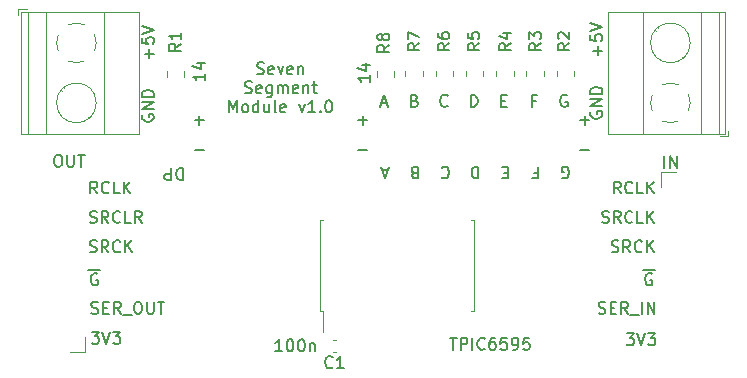
<source format=gto>
%TF.GenerationSoftware,KiCad,Pcbnew,(6.0.4-0)*%
%TF.CreationDate,2022-03-28T18:44:13+01:00*%
%TF.ProjectId,SevenSegmentModule,53657665-6e53-4656-976d-656e744d6f64,rev?*%
%TF.SameCoordinates,Original*%
%TF.FileFunction,Legend,Top*%
%TF.FilePolarity,Positive*%
%FSLAX46Y46*%
G04 Gerber Fmt 4.6, Leading zero omitted, Abs format (unit mm)*
G04 Created by KiCad (PCBNEW (6.0.4-0)) date 2022-03-28 18:44:13*
%MOMM*%
%LPD*%
G01*
G04 APERTURE LIST*
%ADD10C,0.150000*%
%ADD11C,0.120000*%
G04 APERTURE END LIST*
D10*
X154995809Y-77280761D02*
X155138666Y-77328380D01*
X155376761Y-77328380D01*
X155472000Y-77280761D01*
X155519619Y-77233142D01*
X155567238Y-77137904D01*
X155567238Y-77042666D01*
X155519619Y-76947428D01*
X155472000Y-76899809D01*
X155376761Y-76852190D01*
X155186285Y-76804571D01*
X155091047Y-76756952D01*
X155043428Y-76709333D01*
X154995809Y-76614095D01*
X154995809Y-76518857D01*
X155043428Y-76423619D01*
X155091047Y-76376000D01*
X155186285Y-76328380D01*
X155424380Y-76328380D01*
X155567238Y-76376000D01*
X156376761Y-77280761D02*
X156281523Y-77328380D01*
X156091047Y-77328380D01*
X155995809Y-77280761D01*
X155948190Y-77185523D01*
X155948190Y-76804571D01*
X155995809Y-76709333D01*
X156091047Y-76661714D01*
X156281523Y-76661714D01*
X156376761Y-76709333D01*
X156424380Y-76804571D01*
X156424380Y-76899809D01*
X155948190Y-76995047D01*
X156757714Y-76661714D02*
X156995809Y-77328380D01*
X157233904Y-76661714D01*
X157995809Y-77280761D02*
X157900571Y-77328380D01*
X157710095Y-77328380D01*
X157614857Y-77280761D01*
X157567238Y-77185523D01*
X157567238Y-76804571D01*
X157614857Y-76709333D01*
X157710095Y-76661714D01*
X157900571Y-76661714D01*
X157995809Y-76709333D01*
X158043428Y-76804571D01*
X158043428Y-76899809D01*
X157567238Y-76995047D01*
X158472000Y-76661714D02*
X158472000Y-77328380D01*
X158472000Y-76756952D02*
X158519619Y-76709333D01*
X158614857Y-76661714D01*
X158757714Y-76661714D01*
X158852952Y-76709333D01*
X158900571Y-76804571D01*
X158900571Y-77328380D01*
X153972000Y-78890761D02*
X154114857Y-78938380D01*
X154352952Y-78938380D01*
X154448190Y-78890761D01*
X154495809Y-78843142D01*
X154543428Y-78747904D01*
X154543428Y-78652666D01*
X154495809Y-78557428D01*
X154448190Y-78509809D01*
X154352952Y-78462190D01*
X154162476Y-78414571D01*
X154067238Y-78366952D01*
X154019619Y-78319333D01*
X153972000Y-78224095D01*
X153972000Y-78128857D01*
X154019619Y-78033619D01*
X154067238Y-77986000D01*
X154162476Y-77938380D01*
X154400571Y-77938380D01*
X154543428Y-77986000D01*
X155352952Y-78890761D02*
X155257714Y-78938380D01*
X155067238Y-78938380D01*
X154972000Y-78890761D01*
X154924380Y-78795523D01*
X154924380Y-78414571D01*
X154972000Y-78319333D01*
X155067238Y-78271714D01*
X155257714Y-78271714D01*
X155352952Y-78319333D01*
X155400571Y-78414571D01*
X155400571Y-78509809D01*
X154924380Y-78605047D01*
X156257714Y-78271714D02*
X156257714Y-79081238D01*
X156210095Y-79176476D01*
X156162476Y-79224095D01*
X156067238Y-79271714D01*
X155924380Y-79271714D01*
X155829142Y-79224095D01*
X156257714Y-78890761D02*
X156162476Y-78938380D01*
X155972000Y-78938380D01*
X155876761Y-78890761D01*
X155829142Y-78843142D01*
X155781523Y-78747904D01*
X155781523Y-78462190D01*
X155829142Y-78366952D01*
X155876761Y-78319333D01*
X155972000Y-78271714D01*
X156162476Y-78271714D01*
X156257714Y-78319333D01*
X156733904Y-78938380D02*
X156733904Y-78271714D01*
X156733904Y-78366952D02*
X156781523Y-78319333D01*
X156876761Y-78271714D01*
X157019619Y-78271714D01*
X157114857Y-78319333D01*
X157162476Y-78414571D01*
X157162476Y-78938380D01*
X157162476Y-78414571D02*
X157210095Y-78319333D01*
X157305333Y-78271714D01*
X157448190Y-78271714D01*
X157543428Y-78319333D01*
X157591047Y-78414571D01*
X157591047Y-78938380D01*
X158448190Y-78890761D02*
X158352952Y-78938380D01*
X158162476Y-78938380D01*
X158067238Y-78890761D01*
X158019619Y-78795523D01*
X158019619Y-78414571D01*
X158067238Y-78319333D01*
X158162476Y-78271714D01*
X158352952Y-78271714D01*
X158448190Y-78319333D01*
X158495809Y-78414571D01*
X158495809Y-78509809D01*
X158019619Y-78605047D01*
X158924380Y-78271714D02*
X158924380Y-78938380D01*
X158924380Y-78366952D02*
X158972000Y-78319333D01*
X159067238Y-78271714D01*
X159210095Y-78271714D01*
X159305333Y-78319333D01*
X159352952Y-78414571D01*
X159352952Y-78938380D01*
X159686285Y-78271714D02*
X160067238Y-78271714D01*
X159829142Y-77938380D02*
X159829142Y-78795523D01*
X159876761Y-78890761D01*
X159972000Y-78938380D01*
X160067238Y-78938380D01*
X152638666Y-80548380D02*
X152638666Y-79548380D01*
X152972000Y-80262666D01*
X153305333Y-79548380D01*
X153305333Y-80548380D01*
X153924380Y-80548380D02*
X153829142Y-80500761D01*
X153781523Y-80453142D01*
X153733904Y-80357904D01*
X153733904Y-80072190D01*
X153781523Y-79976952D01*
X153829142Y-79929333D01*
X153924380Y-79881714D01*
X154067238Y-79881714D01*
X154162476Y-79929333D01*
X154210095Y-79976952D01*
X154257714Y-80072190D01*
X154257714Y-80357904D01*
X154210095Y-80453142D01*
X154162476Y-80500761D01*
X154067238Y-80548380D01*
X153924380Y-80548380D01*
X155114857Y-80548380D02*
X155114857Y-79548380D01*
X155114857Y-80500761D02*
X155019619Y-80548380D01*
X154829142Y-80548380D01*
X154733904Y-80500761D01*
X154686285Y-80453142D01*
X154638666Y-80357904D01*
X154638666Y-80072190D01*
X154686285Y-79976952D01*
X154733904Y-79929333D01*
X154829142Y-79881714D01*
X155019619Y-79881714D01*
X155114857Y-79929333D01*
X156019619Y-79881714D02*
X156019619Y-80548380D01*
X155591047Y-79881714D02*
X155591047Y-80405523D01*
X155638666Y-80500761D01*
X155733904Y-80548380D01*
X155876761Y-80548380D01*
X155972000Y-80500761D01*
X156019619Y-80453142D01*
X156638666Y-80548380D02*
X156543428Y-80500761D01*
X156495809Y-80405523D01*
X156495809Y-79548380D01*
X157400571Y-80500761D02*
X157305333Y-80548380D01*
X157114857Y-80548380D01*
X157019619Y-80500761D01*
X156972000Y-80405523D01*
X156972000Y-80024571D01*
X157019619Y-79929333D01*
X157114857Y-79881714D01*
X157305333Y-79881714D01*
X157400571Y-79929333D01*
X157448190Y-80024571D01*
X157448190Y-80119809D01*
X156972000Y-80215047D01*
X158543428Y-79881714D02*
X158781523Y-80548380D01*
X159019619Y-79881714D01*
X159924380Y-80548380D02*
X159352952Y-80548380D01*
X159638666Y-80548380D02*
X159638666Y-79548380D01*
X159543428Y-79691238D01*
X159448190Y-79786476D01*
X159352952Y-79834095D01*
X160352952Y-80453142D02*
X160400571Y-80500761D01*
X160352952Y-80548380D01*
X160305333Y-80500761D01*
X160352952Y-80453142D01*
X160352952Y-80548380D01*
X161019619Y-79548380D02*
X161114857Y-79548380D01*
X161210095Y-79596000D01*
X161257714Y-79643619D01*
X161305333Y-79738857D01*
X161352952Y-79929333D01*
X161352952Y-80167428D01*
X161305333Y-80357904D01*
X161257714Y-80453142D01*
X161210095Y-80500761D01*
X161114857Y-80548380D01*
X161019619Y-80548380D01*
X160924380Y-80500761D01*
X160876761Y-80453142D01*
X160829142Y-80357904D01*
X160781523Y-80167428D01*
X160781523Y-79929333D01*
X160829142Y-79738857D01*
X160876761Y-79643619D01*
X160924380Y-79596000D01*
X161019619Y-79548380D01*
X150566380Y-77279476D02*
X150566380Y-77850904D01*
X150566380Y-77565190D02*
X149566380Y-77565190D01*
X149709238Y-77660428D01*
X149804476Y-77755666D01*
X149852095Y-77850904D01*
X149899714Y-76422333D02*
X150566380Y-76422333D01*
X149518761Y-76660428D02*
X150233047Y-76898523D01*
X150233047Y-76279476D01*
X164536380Y-77406476D02*
X164536380Y-77977904D01*
X164536380Y-77692190D02*
X163536380Y-77692190D01*
X163679238Y-77787428D01*
X163774476Y-77882666D01*
X163822095Y-77977904D01*
X163869714Y-76549333D02*
X164536380Y-76549333D01*
X163488761Y-76787428D02*
X164203047Y-77025523D01*
X164203047Y-76406476D01*
X157122952Y-100782380D02*
X156551523Y-100782380D01*
X156837238Y-100782380D02*
X156837238Y-99782380D01*
X156742000Y-99925238D01*
X156646761Y-100020476D01*
X156551523Y-100068095D01*
X157742000Y-99782380D02*
X157837238Y-99782380D01*
X157932476Y-99830000D01*
X157980095Y-99877619D01*
X158027714Y-99972857D01*
X158075333Y-100163333D01*
X158075333Y-100401428D01*
X158027714Y-100591904D01*
X157980095Y-100687142D01*
X157932476Y-100734761D01*
X157837238Y-100782380D01*
X157742000Y-100782380D01*
X157646761Y-100734761D01*
X157599142Y-100687142D01*
X157551523Y-100591904D01*
X157503904Y-100401428D01*
X157503904Y-100163333D01*
X157551523Y-99972857D01*
X157599142Y-99877619D01*
X157646761Y-99830000D01*
X157742000Y-99782380D01*
X158694380Y-99782380D02*
X158789619Y-99782380D01*
X158884857Y-99830000D01*
X158932476Y-99877619D01*
X158980095Y-99972857D01*
X159027714Y-100163333D01*
X159027714Y-100401428D01*
X158980095Y-100591904D01*
X158932476Y-100687142D01*
X158884857Y-100734761D01*
X158789619Y-100782380D01*
X158694380Y-100782380D01*
X158599142Y-100734761D01*
X158551523Y-100687142D01*
X158503904Y-100591904D01*
X158456285Y-100401428D01*
X158456285Y-100163333D01*
X158503904Y-99972857D01*
X158551523Y-99877619D01*
X158599142Y-99830000D01*
X158694380Y-99782380D01*
X159456285Y-100115714D02*
X159456285Y-100782380D01*
X159456285Y-100210952D02*
X159503904Y-100163333D01*
X159599142Y-100115714D01*
X159742000Y-100115714D01*
X159837238Y-100163333D01*
X159884857Y-100258571D01*
X159884857Y-100782380D01*
X178577857Y-79557571D02*
X178244523Y-79557571D01*
X178244523Y-80081380D02*
X178244523Y-79081380D01*
X178720714Y-79081380D01*
X165496904Y-79795666D02*
X165973095Y-79795666D01*
X165401666Y-80081380D02*
X165735000Y-79081380D01*
X166068333Y-80081380D01*
X181236904Y-79129000D02*
X181141666Y-79081380D01*
X180998809Y-79081380D01*
X180855952Y-79129000D01*
X180760714Y-79224238D01*
X180713095Y-79319476D01*
X180665476Y-79509952D01*
X180665476Y-79652809D01*
X180713095Y-79843285D01*
X180760714Y-79938523D01*
X180855952Y-80033761D01*
X180998809Y-80081380D01*
X181094047Y-80081380D01*
X181236904Y-80033761D01*
X181284523Y-79986142D01*
X181284523Y-79652809D01*
X181094047Y-79652809D01*
X173093095Y-80081380D02*
X173093095Y-79081380D01*
X173331190Y-79081380D01*
X173474047Y-79129000D01*
X173569285Y-79224238D01*
X173616904Y-79319476D01*
X173664523Y-79509952D01*
X173664523Y-79652809D01*
X173616904Y-79843285D01*
X173569285Y-79938523D01*
X173474047Y-80033761D01*
X173331190Y-80081380D01*
X173093095Y-80081380D01*
X168346428Y-79557571D02*
X168489285Y-79605190D01*
X168536904Y-79652809D01*
X168584523Y-79748047D01*
X168584523Y-79890904D01*
X168536904Y-79986142D01*
X168489285Y-80033761D01*
X168394047Y-80081380D01*
X168013095Y-80081380D01*
X168013095Y-79081380D01*
X168346428Y-79081380D01*
X168441666Y-79129000D01*
X168489285Y-79176619D01*
X168536904Y-79271857D01*
X168536904Y-79367095D01*
X168489285Y-79462333D01*
X168441666Y-79509952D01*
X168346428Y-79557571D01*
X168013095Y-79557571D01*
X171124523Y-79986142D02*
X171076904Y-80033761D01*
X170934047Y-80081380D01*
X170838809Y-80081380D01*
X170695952Y-80033761D01*
X170600714Y-79938523D01*
X170553095Y-79843285D01*
X170505476Y-79652809D01*
X170505476Y-79509952D01*
X170553095Y-79319476D01*
X170600714Y-79224238D01*
X170695952Y-79129000D01*
X170838809Y-79081380D01*
X170934047Y-79081380D01*
X171076904Y-79129000D01*
X171124523Y-79176619D01*
X175680714Y-79557571D02*
X176014047Y-79557571D01*
X176156904Y-80081380D02*
X175680714Y-80081380D01*
X175680714Y-79081380D01*
X176156904Y-79081380D01*
X183269000Y-80517571D02*
X183221380Y-80612809D01*
X183221380Y-80755666D01*
X183269000Y-80898523D01*
X183364238Y-80993761D01*
X183459476Y-81041380D01*
X183649952Y-81089000D01*
X183792809Y-81089000D01*
X183983285Y-81041380D01*
X184078523Y-80993761D01*
X184173761Y-80898523D01*
X184221380Y-80755666D01*
X184221380Y-80660428D01*
X184173761Y-80517571D01*
X184126142Y-80469952D01*
X183792809Y-80469952D01*
X183792809Y-80660428D01*
X184221380Y-80041380D02*
X183221380Y-80041380D01*
X184221380Y-79469952D01*
X183221380Y-79469952D01*
X184221380Y-78993761D02*
X183221380Y-78993761D01*
X183221380Y-78755666D01*
X183269000Y-78612809D01*
X183364238Y-78517571D01*
X183459476Y-78469952D01*
X183649952Y-78422333D01*
X183792809Y-78422333D01*
X183983285Y-78469952D01*
X184078523Y-78517571D01*
X184173761Y-78612809D01*
X184221380Y-78755666D01*
X184221380Y-78993761D01*
X183840428Y-75708047D02*
X183840428Y-74946142D01*
X184221380Y-75327095D02*
X183459476Y-75327095D01*
X183221380Y-73993761D02*
X183221380Y-74469952D01*
X183697571Y-74517571D01*
X183649952Y-74469952D01*
X183602333Y-74374714D01*
X183602333Y-74136619D01*
X183649952Y-74041380D01*
X183697571Y-73993761D01*
X183792809Y-73946142D01*
X184030904Y-73946142D01*
X184126142Y-73993761D01*
X184173761Y-74041380D01*
X184221380Y-74136619D01*
X184221380Y-74374714D01*
X184173761Y-74469952D01*
X184126142Y-74517571D01*
X183221380Y-73660428D02*
X184221380Y-73327095D01*
X183221380Y-72993761D01*
X145296000Y-80771571D02*
X145248380Y-80866809D01*
X145248380Y-81009666D01*
X145296000Y-81152523D01*
X145391238Y-81247761D01*
X145486476Y-81295380D01*
X145676952Y-81343000D01*
X145819809Y-81343000D01*
X146010285Y-81295380D01*
X146105523Y-81247761D01*
X146200761Y-81152523D01*
X146248380Y-81009666D01*
X146248380Y-80914428D01*
X146200761Y-80771571D01*
X146153142Y-80723952D01*
X145819809Y-80723952D01*
X145819809Y-80914428D01*
X146248380Y-80295380D02*
X145248380Y-80295380D01*
X146248380Y-79723952D01*
X145248380Y-79723952D01*
X146248380Y-79247761D02*
X145248380Y-79247761D01*
X145248380Y-79009666D01*
X145296000Y-78866809D01*
X145391238Y-78771571D01*
X145486476Y-78723952D01*
X145676952Y-78676333D01*
X145819809Y-78676333D01*
X146010285Y-78723952D01*
X146105523Y-78771571D01*
X146200761Y-78866809D01*
X146248380Y-79009666D01*
X146248380Y-79247761D01*
X145867428Y-75962047D02*
X145867428Y-75200142D01*
X146248380Y-75581095D02*
X145486476Y-75581095D01*
X145248380Y-74247761D02*
X145248380Y-74723952D01*
X145724571Y-74771571D01*
X145676952Y-74723952D01*
X145629333Y-74628714D01*
X145629333Y-74390619D01*
X145676952Y-74295380D01*
X145724571Y-74247761D01*
X145819809Y-74200142D01*
X146057904Y-74200142D01*
X146153142Y-74247761D01*
X146200761Y-74295380D01*
X146248380Y-74390619D01*
X146248380Y-74628714D01*
X146200761Y-74723952D01*
X146153142Y-74771571D01*
X145248380Y-73914428D02*
X146248380Y-73581095D01*
X145248380Y-73247761D01*
X138065000Y-84161380D02*
X138255476Y-84161380D01*
X138350714Y-84209000D01*
X138445952Y-84304238D01*
X138493571Y-84494714D01*
X138493571Y-84828047D01*
X138445952Y-85018523D01*
X138350714Y-85113761D01*
X138255476Y-85161380D01*
X138065000Y-85161380D01*
X137969761Y-85113761D01*
X137874523Y-85018523D01*
X137826904Y-84828047D01*
X137826904Y-84494714D01*
X137874523Y-84304238D01*
X137969761Y-84209000D01*
X138065000Y-84161380D01*
X138922142Y-84161380D02*
X138922142Y-84970904D01*
X138969761Y-85066142D01*
X139017380Y-85113761D01*
X139112619Y-85161380D01*
X139303095Y-85161380D01*
X139398333Y-85113761D01*
X139445952Y-85066142D01*
X139493571Y-84970904D01*
X139493571Y-84161380D01*
X139826904Y-84161380D02*
X140398333Y-84161380D01*
X140112619Y-85161380D02*
X140112619Y-84161380D01*
X189468190Y-85288380D02*
X189468190Y-84288380D01*
X189944380Y-85288380D02*
X189944380Y-84288380D01*
X190515809Y-85288380D01*
X190515809Y-84288380D01*
X140835285Y-89863761D02*
X140978142Y-89911380D01*
X141216238Y-89911380D01*
X141311476Y-89863761D01*
X141359095Y-89816142D01*
X141406714Y-89720904D01*
X141406714Y-89625666D01*
X141359095Y-89530428D01*
X141311476Y-89482809D01*
X141216238Y-89435190D01*
X141025762Y-89387571D01*
X140930523Y-89339952D01*
X140882904Y-89292333D01*
X140835285Y-89197095D01*
X140835285Y-89101857D01*
X140882904Y-89006619D01*
X140930523Y-88959000D01*
X141025762Y-88911380D01*
X141263857Y-88911380D01*
X141406714Y-88959000D01*
X142406714Y-89911380D02*
X142073381Y-89435190D01*
X141835285Y-89911380D02*
X141835285Y-88911380D01*
X142216238Y-88911380D01*
X142311476Y-88959000D01*
X142359095Y-89006619D01*
X142406714Y-89101857D01*
X142406714Y-89244714D01*
X142359095Y-89339952D01*
X142311476Y-89387571D01*
X142216238Y-89435190D01*
X141835285Y-89435190D01*
X143406714Y-89816142D02*
X143359095Y-89863761D01*
X143216238Y-89911380D01*
X143121000Y-89911380D01*
X142978142Y-89863761D01*
X142882904Y-89768523D01*
X142835285Y-89673285D01*
X142787666Y-89482809D01*
X142787666Y-89339952D01*
X142835285Y-89149476D01*
X142882904Y-89054238D01*
X142978142Y-88959000D01*
X143121000Y-88911380D01*
X143216238Y-88911380D01*
X143359095Y-88959000D01*
X143406714Y-89006619D01*
X144311476Y-89911380D02*
X143835285Y-89911380D01*
X143835285Y-88911380D01*
X145216238Y-89911380D02*
X144882904Y-89435190D01*
X144644809Y-89911380D02*
X144644809Y-88911380D01*
X145025762Y-88911380D01*
X145121000Y-88959000D01*
X145168619Y-89006619D01*
X145216238Y-89101857D01*
X145216238Y-89244714D01*
X145168619Y-89339952D01*
X145121000Y-89387571D01*
X145025762Y-89435190D01*
X144644809Y-89435190D01*
X140835285Y-92352761D02*
X140978142Y-92400380D01*
X141216238Y-92400380D01*
X141311476Y-92352761D01*
X141359095Y-92305142D01*
X141406714Y-92209904D01*
X141406714Y-92114666D01*
X141359095Y-92019428D01*
X141311476Y-91971809D01*
X141216238Y-91924190D01*
X141025761Y-91876571D01*
X140930523Y-91828952D01*
X140882904Y-91781333D01*
X140835285Y-91686095D01*
X140835285Y-91590857D01*
X140882904Y-91495619D01*
X140930523Y-91448000D01*
X141025761Y-91400380D01*
X141263857Y-91400380D01*
X141406714Y-91448000D01*
X142406714Y-92400380D02*
X142073380Y-91924190D01*
X141835285Y-92400380D02*
X141835285Y-91400380D01*
X142216238Y-91400380D01*
X142311476Y-91448000D01*
X142359095Y-91495619D01*
X142406714Y-91590857D01*
X142406714Y-91733714D01*
X142359095Y-91828952D01*
X142311476Y-91876571D01*
X142216238Y-91924190D01*
X141835285Y-91924190D01*
X143406714Y-92305142D02*
X143359095Y-92352761D01*
X143216238Y-92400380D01*
X143121000Y-92400380D01*
X142978142Y-92352761D01*
X142882904Y-92257523D01*
X142835285Y-92162285D01*
X142787666Y-91971809D01*
X142787666Y-91828952D01*
X142835285Y-91638476D01*
X142882904Y-91543238D01*
X142978142Y-91448000D01*
X143121000Y-91400380D01*
X143216238Y-91400380D01*
X143359095Y-91448000D01*
X143406714Y-91495619D01*
X143835285Y-92400380D02*
X143835285Y-91400380D01*
X144406714Y-92400380D02*
X143978142Y-91828952D01*
X144406714Y-91400380D02*
X143835285Y-91971809D01*
X141454333Y-87422380D02*
X141121000Y-86946190D01*
X140882905Y-87422380D02*
X140882905Y-86422380D01*
X141263857Y-86422380D01*
X141359095Y-86470000D01*
X141406714Y-86517619D01*
X141454333Y-86612857D01*
X141454333Y-86755714D01*
X141406714Y-86850952D01*
X141359095Y-86898571D01*
X141263857Y-86946190D01*
X140882905Y-86946190D01*
X142454333Y-87327142D02*
X142406714Y-87374761D01*
X142263857Y-87422380D01*
X142168619Y-87422380D01*
X142025762Y-87374761D01*
X141930524Y-87279523D01*
X141882905Y-87184285D01*
X141835286Y-86993809D01*
X141835286Y-86850952D01*
X141882905Y-86660476D01*
X141930524Y-86565238D01*
X142025762Y-86470000D01*
X142168619Y-86422380D01*
X142263857Y-86422380D01*
X142406714Y-86470000D01*
X142454333Y-86517619D01*
X143359095Y-87422380D02*
X142882905Y-87422380D01*
X142882905Y-86422380D01*
X143692429Y-87422380D02*
X143692429Y-86422380D01*
X144263857Y-87422380D02*
X143835286Y-86850952D01*
X144263857Y-86422380D02*
X143692429Y-86993809D01*
X140724000Y-93912000D02*
X141724000Y-93912000D01*
X141485904Y-94242000D02*
X141390666Y-94194380D01*
X141247809Y-94194380D01*
X141104952Y-94242000D01*
X141009714Y-94337238D01*
X140962095Y-94432476D01*
X140914476Y-94622952D01*
X140914476Y-94765809D01*
X140962095Y-94956285D01*
X141009714Y-95051523D01*
X141104952Y-95146761D01*
X141247809Y-95194380D01*
X141343047Y-95194380D01*
X141485904Y-95146761D01*
X141533523Y-95099142D01*
X141533523Y-94765809D01*
X141343047Y-94765809D01*
X187658095Y-93912000D02*
X188658095Y-93912000D01*
X188419999Y-94242000D02*
X188324761Y-94194380D01*
X188181904Y-94194380D01*
X188039047Y-94242000D01*
X187943809Y-94337238D01*
X187896190Y-94432476D01*
X187848571Y-94622952D01*
X187848571Y-94765809D01*
X187896190Y-94956285D01*
X187943809Y-95051523D01*
X188039047Y-95146761D01*
X188181904Y-95194380D01*
X188277142Y-95194380D01*
X188419999Y-95146761D01*
X188467618Y-95099142D01*
X188467618Y-94765809D01*
X188277142Y-94765809D01*
X140970380Y-97559761D02*
X141113238Y-97607380D01*
X141351333Y-97607380D01*
X141446571Y-97559761D01*
X141494190Y-97512142D01*
X141541809Y-97416904D01*
X141541809Y-97321666D01*
X141494190Y-97226428D01*
X141446571Y-97178809D01*
X141351333Y-97131190D01*
X141160857Y-97083571D01*
X141065619Y-97035952D01*
X141018000Y-96988333D01*
X140970380Y-96893095D01*
X140970380Y-96797857D01*
X141018000Y-96702619D01*
X141065619Y-96655000D01*
X141160857Y-96607380D01*
X141398952Y-96607380D01*
X141541809Y-96655000D01*
X141970380Y-97083571D02*
X142303714Y-97083571D01*
X142446571Y-97607380D02*
X141970380Y-97607380D01*
X141970380Y-96607380D01*
X142446571Y-96607380D01*
X143446571Y-97607380D02*
X143113238Y-97131190D01*
X142875142Y-97607380D02*
X142875142Y-96607380D01*
X143256095Y-96607380D01*
X143351333Y-96655000D01*
X143398952Y-96702619D01*
X143446571Y-96797857D01*
X143446571Y-96940714D01*
X143398952Y-97035952D01*
X143351333Y-97083571D01*
X143256095Y-97131190D01*
X142875142Y-97131190D01*
X143637047Y-97702619D02*
X144398952Y-97702619D01*
X144827523Y-96607380D02*
X145018000Y-96607380D01*
X145113238Y-96655000D01*
X145208476Y-96750238D01*
X145256095Y-96940714D01*
X145256095Y-97274047D01*
X145208476Y-97464523D01*
X145113238Y-97559761D01*
X145018000Y-97607380D01*
X144827523Y-97607380D01*
X144732285Y-97559761D01*
X144637047Y-97464523D01*
X144589428Y-97274047D01*
X144589428Y-96940714D01*
X144637047Y-96750238D01*
X144732285Y-96655000D01*
X144827523Y-96607380D01*
X145684666Y-96607380D02*
X145684666Y-97416904D01*
X145732285Y-97512142D01*
X145779904Y-97559761D01*
X145875142Y-97607380D01*
X146065619Y-97607380D01*
X146160857Y-97559761D01*
X146208476Y-97512142D01*
X146256095Y-97416904D01*
X146256095Y-96607380D01*
X146589428Y-96607380D02*
X147160857Y-96607380D01*
X146875142Y-97607380D02*
X146875142Y-96607380D01*
X186284999Y-99274380D02*
X186904047Y-99274380D01*
X186570714Y-99655333D01*
X186713571Y-99655333D01*
X186808809Y-99702952D01*
X186856428Y-99750571D01*
X186904047Y-99845809D01*
X186904047Y-100083904D01*
X186856428Y-100179142D01*
X186808809Y-100226761D01*
X186713571Y-100274380D01*
X186427856Y-100274380D01*
X186332618Y-100226761D01*
X186284999Y-100179142D01*
X187189761Y-99274380D02*
X187523095Y-100274380D01*
X187856428Y-99274380D01*
X188094523Y-99274380D02*
X188713571Y-99274380D01*
X188380237Y-99655333D01*
X188523095Y-99655333D01*
X188618333Y-99702952D01*
X188665952Y-99750571D01*
X188713571Y-99845809D01*
X188713571Y-100083904D01*
X188665952Y-100179142D01*
X188618333Y-100226761D01*
X188523095Y-100274380D01*
X188237380Y-100274380D01*
X188142142Y-100226761D01*
X188094523Y-100179142D01*
X185777047Y-87422380D02*
X185443714Y-86946190D01*
X185205619Y-87422380D02*
X185205619Y-86422380D01*
X185586571Y-86422380D01*
X185681809Y-86470000D01*
X185729428Y-86517619D01*
X185777047Y-86612857D01*
X185777047Y-86755714D01*
X185729428Y-86850952D01*
X185681809Y-86898571D01*
X185586571Y-86946190D01*
X185205619Y-86946190D01*
X186777047Y-87327142D02*
X186729428Y-87374761D01*
X186586571Y-87422380D01*
X186491333Y-87422380D01*
X186348476Y-87374761D01*
X186253238Y-87279523D01*
X186205619Y-87184285D01*
X186158000Y-86993809D01*
X186158000Y-86850952D01*
X186205619Y-86660476D01*
X186253238Y-86565238D01*
X186348476Y-86470000D01*
X186491333Y-86422380D01*
X186586571Y-86422380D01*
X186729428Y-86470000D01*
X186777047Y-86517619D01*
X187681809Y-87422380D02*
X187205619Y-87422380D01*
X187205619Y-86422380D01*
X188015143Y-87422380D02*
X188015143Y-86422380D01*
X188586571Y-87422380D02*
X188158000Y-86850952D01*
X188586571Y-86422380D02*
X188015143Y-86993809D01*
X185015142Y-92352761D02*
X185157999Y-92400380D01*
X185396095Y-92400380D01*
X185491333Y-92352761D01*
X185538952Y-92305142D01*
X185586571Y-92209904D01*
X185586571Y-92114666D01*
X185538952Y-92019428D01*
X185491333Y-91971809D01*
X185396095Y-91924190D01*
X185205618Y-91876571D01*
X185110380Y-91828952D01*
X185062761Y-91781333D01*
X185015142Y-91686095D01*
X185015142Y-91590857D01*
X185062761Y-91495619D01*
X185110380Y-91448000D01*
X185205618Y-91400380D01*
X185443714Y-91400380D01*
X185586571Y-91448000D01*
X186586571Y-92400380D02*
X186253237Y-91924190D01*
X186015142Y-92400380D02*
X186015142Y-91400380D01*
X186396095Y-91400380D01*
X186491333Y-91448000D01*
X186538952Y-91495619D01*
X186586571Y-91590857D01*
X186586571Y-91733714D01*
X186538952Y-91828952D01*
X186491333Y-91876571D01*
X186396095Y-91924190D01*
X186015142Y-91924190D01*
X187586571Y-92305142D02*
X187538952Y-92352761D01*
X187396095Y-92400380D01*
X187300857Y-92400380D01*
X187157999Y-92352761D01*
X187062761Y-92257523D01*
X187015142Y-92162285D01*
X186967523Y-91971809D01*
X186967523Y-91828952D01*
X187015142Y-91638476D01*
X187062761Y-91543238D01*
X187157999Y-91448000D01*
X187300857Y-91400380D01*
X187396095Y-91400380D01*
X187538952Y-91448000D01*
X187586571Y-91495619D01*
X188015142Y-92400380D02*
X188015142Y-91400380D01*
X188586571Y-92400380D02*
X188157999Y-91828952D01*
X188586571Y-91400380D02*
X188015142Y-91971809D01*
X183928047Y-97559761D02*
X184070904Y-97607380D01*
X184309000Y-97607380D01*
X184404238Y-97559761D01*
X184451857Y-97512142D01*
X184499476Y-97416904D01*
X184499476Y-97321666D01*
X184451857Y-97226428D01*
X184404238Y-97178809D01*
X184309000Y-97131190D01*
X184118523Y-97083571D01*
X184023285Y-97035952D01*
X183975666Y-96988333D01*
X183928047Y-96893095D01*
X183928047Y-96797857D01*
X183975666Y-96702619D01*
X184023285Y-96655000D01*
X184118523Y-96607380D01*
X184356619Y-96607380D01*
X184499476Y-96655000D01*
X184928047Y-97083571D02*
X185261380Y-97083571D01*
X185404238Y-97607380D02*
X184928047Y-97607380D01*
X184928047Y-96607380D01*
X185404238Y-96607380D01*
X186404238Y-97607380D02*
X186070904Y-97131190D01*
X185832809Y-97607380D02*
X185832809Y-96607380D01*
X186213761Y-96607380D01*
X186309000Y-96655000D01*
X186356619Y-96702619D01*
X186404238Y-96797857D01*
X186404238Y-96940714D01*
X186356619Y-97035952D01*
X186309000Y-97083571D01*
X186213761Y-97131190D01*
X185832809Y-97131190D01*
X186594714Y-97702619D02*
X187356619Y-97702619D01*
X187594714Y-97607380D02*
X187594714Y-96607380D01*
X188070904Y-97607380D02*
X188070904Y-96607380D01*
X188642333Y-97607380D01*
X188642333Y-96607380D01*
X184205618Y-89863761D02*
X184348475Y-89911380D01*
X184586571Y-89911380D01*
X184681809Y-89863761D01*
X184729428Y-89816142D01*
X184777047Y-89720904D01*
X184777047Y-89625666D01*
X184729428Y-89530428D01*
X184681809Y-89482809D01*
X184586571Y-89435190D01*
X184396095Y-89387571D01*
X184300856Y-89339952D01*
X184253237Y-89292333D01*
X184205618Y-89197095D01*
X184205618Y-89101857D01*
X184253237Y-89006619D01*
X184300856Y-88959000D01*
X184396095Y-88911380D01*
X184634190Y-88911380D01*
X184777047Y-88959000D01*
X185777047Y-89911380D02*
X185443714Y-89435190D01*
X185205618Y-89911380D02*
X185205618Y-88911380D01*
X185586571Y-88911380D01*
X185681809Y-88959000D01*
X185729428Y-89006619D01*
X185777047Y-89101857D01*
X185777047Y-89244714D01*
X185729428Y-89339952D01*
X185681809Y-89387571D01*
X185586571Y-89435190D01*
X185205618Y-89435190D01*
X186777047Y-89816142D02*
X186729428Y-89863761D01*
X186586571Y-89911380D01*
X186491333Y-89911380D01*
X186348475Y-89863761D01*
X186253237Y-89768523D01*
X186205618Y-89673285D01*
X186157999Y-89482809D01*
X186157999Y-89339952D01*
X186205618Y-89149476D01*
X186253237Y-89054238D01*
X186348475Y-88959000D01*
X186491333Y-88911380D01*
X186586571Y-88911380D01*
X186729428Y-88959000D01*
X186777047Y-89006619D01*
X187681809Y-89911380D02*
X187205618Y-89911380D01*
X187205618Y-88911380D01*
X188015142Y-89911380D02*
X188015142Y-88911380D01*
X188586571Y-89911380D02*
X188157999Y-89339952D01*
X188586571Y-88911380D02*
X188015142Y-89482809D01*
X141001904Y-99147380D02*
X141620952Y-99147380D01*
X141287619Y-99528333D01*
X141430476Y-99528333D01*
X141525714Y-99575952D01*
X141573333Y-99623571D01*
X141620952Y-99718809D01*
X141620952Y-99956904D01*
X141573333Y-100052142D01*
X141525714Y-100099761D01*
X141430476Y-100147380D01*
X141144761Y-100147380D01*
X141049523Y-100099761D01*
X141001904Y-100052142D01*
X141906666Y-99147380D02*
X142240000Y-100147380D01*
X142573333Y-99147380D01*
X142811428Y-99147380D02*
X143430476Y-99147380D01*
X143097142Y-99528333D01*
X143240000Y-99528333D01*
X143335238Y-99575952D01*
X143382857Y-99623571D01*
X143430476Y-99718809D01*
X143430476Y-99956904D01*
X143382857Y-100052142D01*
X143335238Y-100099761D01*
X143240000Y-100147380D01*
X142954285Y-100147380D01*
X142859047Y-100099761D01*
X142811428Y-100052142D01*
%TO.C,U2*%
X166100095Y-85431333D02*
X165623904Y-85431333D01*
X166195333Y-85145619D02*
X165862000Y-86145619D01*
X165528666Y-85145619D01*
X148716904Y-85272619D02*
X148716904Y-86272619D01*
X148478809Y-86272619D01*
X148335952Y-86225000D01*
X148240714Y-86129761D01*
X148193095Y-86034523D01*
X148145476Y-85844047D01*
X148145476Y-85701190D01*
X148193095Y-85510714D01*
X148240714Y-85415476D01*
X148335952Y-85320238D01*
X148478809Y-85272619D01*
X148716904Y-85272619D01*
X147716904Y-85272619D02*
X147716904Y-86272619D01*
X147335952Y-86272619D01*
X147240714Y-86225000D01*
X147193095Y-86177380D01*
X147145476Y-86082142D01*
X147145476Y-85939285D01*
X147193095Y-85844047D01*
X147240714Y-85796428D01*
X147335952Y-85748809D01*
X147716904Y-85748809D01*
X150494952Y-83748571D02*
X149733047Y-83748571D01*
X178419142Y-85669428D02*
X178752476Y-85669428D01*
X178752476Y-85145619D02*
X178752476Y-86145619D01*
X178276285Y-86145619D01*
X173743904Y-85145619D02*
X173743904Y-86145619D01*
X173505809Y-86145619D01*
X173362952Y-86098000D01*
X173267714Y-86002761D01*
X173220095Y-85907523D01*
X173172476Y-85717047D01*
X173172476Y-85574190D01*
X173220095Y-85383714D01*
X173267714Y-85288476D01*
X173362952Y-85193238D01*
X173505809Y-85145619D01*
X173743904Y-85145619D01*
X170632476Y-85240857D02*
X170680095Y-85193238D01*
X170822952Y-85145619D01*
X170918190Y-85145619D01*
X171061047Y-85193238D01*
X171156285Y-85288476D01*
X171203904Y-85383714D01*
X171251523Y-85574190D01*
X171251523Y-85717047D01*
X171203904Y-85907523D01*
X171156285Y-86002761D01*
X171061047Y-86098000D01*
X170918190Y-86145619D01*
X170822952Y-86145619D01*
X170680095Y-86098000D01*
X170632476Y-86050380D01*
X176236285Y-85669428D02*
X175902952Y-85669428D01*
X175760095Y-85145619D02*
X176236285Y-85145619D01*
X176236285Y-86145619D01*
X175760095Y-86145619D01*
X164337952Y-83748571D02*
X163576047Y-83748571D01*
X180840095Y-86098000D02*
X180935333Y-86145619D01*
X181078190Y-86145619D01*
X181221047Y-86098000D01*
X181316285Y-86002761D01*
X181363904Y-85907523D01*
X181411523Y-85717047D01*
X181411523Y-85574190D01*
X181363904Y-85383714D01*
X181316285Y-85288476D01*
X181221047Y-85193238D01*
X181078190Y-85145619D01*
X180982952Y-85145619D01*
X180840095Y-85193238D01*
X180792476Y-85240857D01*
X180792476Y-85574190D01*
X180982952Y-85574190D01*
X164337952Y-81208571D02*
X163576047Y-81208571D01*
X163957000Y-80827619D02*
X163957000Y-81589523D01*
X168330571Y-85669428D02*
X168187714Y-85621809D01*
X168140095Y-85574190D01*
X168092476Y-85478952D01*
X168092476Y-85336095D01*
X168140095Y-85240857D01*
X168187714Y-85193238D01*
X168282952Y-85145619D01*
X168663904Y-85145619D01*
X168663904Y-86145619D01*
X168330571Y-86145619D01*
X168235333Y-86098000D01*
X168187714Y-86050380D01*
X168140095Y-85955142D01*
X168140095Y-85859904D01*
X168187714Y-85764666D01*
X168235333Y-85717047D01*
X168330571Y-85669428D01*
X168663904Y-85669428D01*
X183133952Y-83748571D02*
X182372047Y-83748571D01*
X150494952Y-81208571D02*
X149733047Y-81208571D01*
X150114000Y-80827619D02*
X150114000Y-81589523D01*
X183133952Y-81208571D02*
X182372047Y-81208571D01*
X182753000Y-80827619D02*
X182753000Y-81589523D01*
%TO.C,R7*%
X168748550Y-74715666D02*
X168272360Y-75049000D01*
X168748550Y-75287095D02*
X167748550Y-75287095D01*
X167748550Y-74906142D01*
X167796170Y-74810904D01*
X167843789Y-74763285D01*
X167939027Y-74715666D01*
X168081884Y-74715666D01*
X168177122Y-74763285D01*
X168224741Y-74810904D01*
X168272360Y-74906142D01*
X168272360Y-75287095D01*
X167748550Y-74382333D02*
X167748550Y-73715666D01*
X168748550Y-74144238D01*
%TO.C,R6*%
X171288550Y-74715666D02*
X170812360Y-75049000D01*
X171288550Y-75287095D02*
X170288550Y-75287095D01*
X170288550Y-74906142D01*
X170336170Y-74810904D01*
X170383789Y-74763285D01*
X170479027Y-74715666D01*
X170621884Y-74715666D01*
X170717122Y-74763285D01*
X170764741Y-74810904D01*
X170812360Y-74906142D01*
X170812360Y-75287095D01*
X170288550Y-73858523D02*
X170288550Y-74049000D01*
X170336170Y-74144238D01*
X170383789Y-74191857D01*
X170526646Y-74287095D01*
X170717122Y-74334714D01*
X171098074Y-74334714D01*
X171193312Y-74287095D01*
X171240931Y-74239476D01*
X171288550Y-74144238D01*
X171288550Y-73953761D01*
X171240931Y-73858523D01*
X171193312Y-73810904D01*
X171098074Y-73763285D01*
X170859979Y-73763285D01*
X170764741Y-73810904D01*
X170717122Y-73858523D01*
X170669503Y-73953761D01*
X170669503Y-74144238D01*
X170717122Y-74239476D01*
X170764741Y-74287095D01*
X170859979Y-74334714D01*
%TO.C,C1*%
X161390333Y-102117142D02*
X161342714Y-102164761D01*
X161199857Y-102212380D01*
X161104619Y-102212380D01*
X160961761Y-102164761D01*
X160866523Y-102069523D01*
X160818904Y-101974285D01*
X160771285Y-101783809D01*
X160771285Y-101640952D01*
X160818904Y-101450476D01*
X160866523Y-101355238D01*
X160961761Y-101260000D01*
X161104619Y-101212380D01*
X161199857Y-101212380D01*
X161342714Y-101260000D01*
X161390333Y-101307619D01*
X162342714Y-102212380D02*
X161771285Y-102212380D01*
X162057000Y-102212380D02*
X162057000Y-101212380D01*
X161961761Y-101355238D01*
X161866523Y-101450476D01*
X161771285Y-101498095D01*
%TO.C,R4*%
X176495550Y-74715666D02*
X176019360Y-75049000D01*
X176495550Y-75287095D02*
X175495550Y-75287095D01*
X175495550Y-74906142D01*
X175543170Y-74810904D01*
X175590789Y-74763285D01*
X175686027Y-74715666D01*
X175828884Y-74715666D01*
X175924122Y-74763285D01*
X175971741Y-74810904D01*
X176019360Y-74906142D01*
X176019360Y-75287095D01*
X175828884Y-73858523D02*
X176495550Y-73858523D01*
X175447931Y-74096619D02*
X176162217Y-74334714D01*
X176162217Y-73715666D01*
%TO.C,R2*%
X181448550Y-74715666D02*
X180972360Y-75049000D01*
X181448550Y-75287095D02*
X180448550Y-75287095D01*
X180448550Y-74906142D01*
X180496170Y-74810904D01*
X180543789Y-74763285D01*
X180639027Y-74715666D01*
X180781884Y-74715666D01*
X180877122Y-74763285D01*
X180924741Y-74810904D01*
X180972360Y-74906142D01*
X180972360Y-75287095D01*
X180543789Y-74334714D02*
X180496170Y-74287095D01*
X180448550Y-74191857D01*
X180448550Y-73953761D01*
X180496170Y-73858523D01*
X180543789Y-73810904D01*
X180639027Y-73763285D01*
X180734265Y-73763285D01*
X180877122Y-73810904D01*
X181448550Y-74382333D01*
X181448550Y-73763285D01*
%TO.C,R1*%
X148534380Y-74753666D02*
X148058190Y-75087000D01*
X148534380Y-75325095D02*
X147534380Y-75325095D01*
X147534380Y-74944142D01*
X147582000Y-74848904D01*
X147629619Y-74801285D01*
X147724857Y-74753666D01*
X147867714Y-74753666D01*
X147962952Y-74801285D01*
X148010571Y-74848904D01*
X148058190Y-74944142D01*
X148058190Y-75325095D01*
X148534380Y-73801285D02*
X148534380Y-74372714D01*
X148534380Y-74087000D02*
X147534380Y-74087000D01*
X147677238Y-74182238D01*
X147772476Y-74277476D01*
X147820095Y-74372714D01*
%TO.C,R8*%
X166187380Y-74842666D02*
X165711190Y-75176000D01*
X166187380Y-75414095D02*
X165187380Y-75414095D01*
X165187380Y-75033142D01*
X165235000Y-74937904D01*
X165282619Y-74890285D01*
X165377857Y-74842666D01*
X165520714Y-74842666D01*
X165615952Y-74890285D01*
X165663571Y-74937904D01*
X165711190Y-75033142D01*
X165711190Y-75414095D01*
X165615952Y-74271238D02*
X165568333Y-74366476D01*
X165520714Y-74414095D01*
X165425476Y-74461714D01*
X165377857Y-74461714D01*
X165282619Y-74414095D01*
X165235000Y-74366476D01*
X165187380Y-74271238D01*
X165187380Y-74080761D01*
X165235000Y-73985523D01*
X165282619Y-73937904D01*
X165377857Y-73890285D01*
X165425476Y-73890285D01*
X165520714Y-73937904D01*
X165568333Y-73985523D01*
X165615952Y-74080761D01*
X165615952Y-74271238D01*
X165663571Y-74366476D01*
X165711190Y-74414095D01*
X165806428Y-74461714D01*
X165996904Y-74461714D01*
X166092142Y-74414095D01*
X166139761Y-74366476D01*
X166187380Y-74271238D01*
X166187380Y-74080761D01*
X166139761Y-73985523D01*
X166092142Y-73937904D01*
X165996904Y-73890285D01*
X165806428Y-73890285D01*
X165711190Y-73937904D01*
X165663571Y-73985523D01*
X165615952Y-74080761D01*
%TO.C,R3*%
X179035550Y-74715666D02*
X178559360Y-75049000D01*
X179035550Y-75287095D02*
X178035550Y-75287095D01*
X178035550Y-74906142D01*
X178083170Y-74810904D01*
X178130789Y-74763285D01*
X178226027Y-74715666D01*
X178368884Y-74715666D01*
X178464122Y-74763285D01*
X178511741Y-74810904D01*
X178559360Y-74906142D01*
X178559360Y-75287095D01*
X178035550Y-74382333D02*
X178035550Y-73763285D01*
X178416503Y-74096619D01*
X178416503Y-73953761D01*
X178464122Y-73858523D01*
X178511741Y-73810904D01*
X178606979Y-73763285D01*
X178845074Y-73763285D01*
X178940312Y-73810904D01*
X178987931Y-73858523D01*
X179035550Y-73953761D01*
X179035550Y-74239476D01*
X178987931Y-74334714D01*
X178940312Y-74382333D01*
%TO.C,R5*%
X173828550Y-74715666D02*
X173352360Y-75049000D01*
X173828550Y-75287095D02*
X172828550Y-75287095D01*
X172828550Y-74906142D01*
X172876170Y-74810904D01*
X172923789Y-74763285D01*
X173019027Y-74715666D01*
X173161884Y-74715666D01*
X173257122Y-74763285D01*
X173304741Y-74810904D01*
X173352360Y-74906142D01*
X173352360Y-75287095D01*
X172828550Y-73810904D02*
X172828550Y-74287095D01*
X173304741Y-74334714D01*
X173257122Y-74287095D01*
X173209503Y-74191857D01*
X173209503Y-73953761D01*
X173257122Y-73858523D01*
X173304741Y-73810904D01*
X173399979Y-73763285D01*
X173638074Y-73763285D01*
X173733312Y-73810904D01*
X173780931Y-73858523D01*
X173828550Y-73953761D01*
X173828550Y-74191857D01*
X173780931Y-74287095D01*
X173733312Y-74334714D01*
%TO.C,TPIC6595*%
X171323428Y-99655380D02*
X171894857Y-99655380D01*
X171609142Y-100655380D02*
X171609142Y-99655380D01*
X172228190Y-100655380D02*
X172228190Y-99655380D01*
X172609142Y-99655380D01*
X172704380Y-99703000D01*
X172752000Y-99750619D01*
X172799619Y-99845857D01*
X172799619Y-99988714D01*
X172752000Y-100083952D01*
X172704380Y-100131571D01*
X172609142Y-100179190D01*
X172228190Y-100179190D01*
X173228190Y-100655380D02*
X173228190Y-99655380D01*
X174275809Y-100560142D02*
X174228190Y-100607761D01*
X174085333Y-100655380D01*
X173990095Y-100655380D01*
X173847238Y-100607761D01*
X173752000Y-100512523D01*
X173704380Y-100417285D01*
X173656761Y-100226809D01*
X173656761Y-100083952D01*
X173704380Y-99893476D01*
X173752000Y-99798238D01*
X173847238Y-99703000D01*
X173990095Y-99655380D01*
X174085333Y-99655380D01*
X174228190Y-99703000D01*
X174275809Y-99750619D01*
X175132952Y-99655380D02*
X174942476Y-99655380D01*
X174847238Y-99703000D01*
X174799619Y-99750619D01*
X174704380Y-99893476D01*
X174656761Y-100083952D01*
X174656761Y-100464904D01*
X174704380Y-100560142D01*
X174752000Y-100607761D01*
X174847238Y-100655380D01*
X175037714Y-100655380D01*
X175132952Y-100607761D01*
X175180571Y-100560142D01*
X175228190Y-100464904D01*
X175228190Y-100226809D01*
X175180571Y-100131571D01*
X175132952Y-100083952D01*
X175037714Y-100036333D01*
X174847238Y-100036333D01*
X174752000Y-100083952D01*
X174704380Y-100131571D01*
X174656761Y-100226809D01*
X176132952Y-99655380D02*
X175656761Y-99655380D01*
X175609142Y-100131571D01*
X175656761Y-100083952D01*
X175752000Y-100036333D01*
X175990095Y-100036333D01*
X176085333Y-100083952D01*
X176132952Y-100131571D01*
X176180571Y-100226809D01*
X176180571Y-100464904D01*
X176132952Y-100560142D01*
X176085333Y-100607761D01*
X175990095Y-100655380D01*
X175752000Y-100655380D01*
X175656761Y-100607761D01*
X175609142Y-100560142D01*
X176656761Y-100655380D02*
X176847238Y-100655380D01*
X176942476Y-100607761D01*
X176990095Y-100560142D01*
X177085333Y-100417285D01*
X177132952Y-100226809D01*
X177132952Y-99845857D01*
X177085333Y-99750619D01*
X177037714Y-99703000D01*
X176942476Y-99655380D01*
X176752000Y-99655380D01*
X176656761Y-99703000D01*
X176609142Y-99750619D01*
X176561523Y-99845857D01*
X176561523Y-100083952D01*
X176609142Y-100179190D01*
X176656761Y-100226809D01*
X176752000Y-100274428D01*
X176942476Y-100274428D01*
X177037714Y-100226809D01*
X177085333Y-100179190D01*
X177132952Y-100083952D01*
X178037714Y-99655380D02*
X177561523Y-99655380D01*
X177513904Y-100131571D01*
X177561523Y-100083952D01*
X177656761Y-100036333D01*
X177894857Y-100036333D01*
X177990095Y-100083952D01*
X178037714Y-100131571D01*
X178085333Y-100226809D01*
X178085333Y-100464904D01*
X178037714Y-100560142D01*
X177990095Y-100607761D01*
X177894857Y-100655380D01*
X177656761Y-100655380D01*
X177561523Y-100607761D01*
X177513904Y-100560142D01*
D11*
%TO.C,J4*%
X140462000Y-100838000D02*
X139192000Y-100838000D01*
X140462000Y-99568000D02*
X140462000Y-100838000D01*
%TO.C,J1*%
X189230000Y-86868000D02*
X189230000Y-85598000D01*
X189230000Y-85598000D02*
X190500000Y-85598000D01*
%TO.C,R7*%
X167561170Y-77508564D02*
X167561170Y-77054436D01*
X169031170Y-77508564D02*
X169031170Y-77054436D01*
%TO.C,J5*%
X144961000Y-72076000D02*
X135040000Y-72076000D01*
X144961000Y-82356000D02*
X135040000Y-82356000D01*
X140769000Y-81031000D02*
X140723000Y-80984000D01*
X134800000Y-71836000D02*
X134800000Y-72336000D01*
X135540000Y-71836000D02*
X134800000Y-71836000D01*
X138461000Y-78722000D02*
X138426000Y-78687000D01*
X135600000Y-72076000D02*
X135600000Y-82356000D01*
X135040000Y-72076000D02*
X135040000Y-82356000D01*
X140975000Y-80826000D02*
X140939000Y-80791000D01*
X142001000Y-72076000D02*
X142001000Y-82356000D01*
X138677000Y-78529000D02*
X138631000Y-78482000D01*
X137100000Y-72076000D02*
X137100000Y-82356000D01*
X144961000Y-72076000D02*
X144961000Y-82356000D01*
X138020000Y-74676000D02*
G75*
G03*
X138165244Y-75359318I1680000J0D01*
G01*
X138165000Y-73992000D02*
G75*
G03*
X138019747Y-74704805I1535001J-683999D01*
G01*
X139016000Y-76211001D02*
G75*
G03*
X140383042Y-76211427I684000J1535001D01*
G01*
X141235000Y-75360000D02*
G75*
G03*
X141235427Y-73992958I-1534993J684001D01*
G01*
X140384000Y-73141000D02*
G75*
G03*
X139016958Y-73140573I-684001J-1534993D01*
G01*
X141380000Y-79756000D02*
G75*
G03*
X141380000Y-79756000I-1680000J0D01*
G01*
%TO.C,R6*%
X171592336Y-77508564D02*
X171592336Y-77054436D01*
X170122336Y-77508564D02*
X170122336Y-77054436D01*
%TO.C,C1*%
X161697580Y-100840000D02*
X161416420Y-100840000D01*
X161697580Y-99820000D02*
X161416420Y-99820000D01*
%TO.C,R4*%
X175244668Y-77508564D02*
X175244668Y-77054436D01*
X176714668Y-77508564D02*
X176714668Y-77054436D01*
%TO.C,R2*%
X181837000Y-77508564D02*
X181837000Y-77054436D01*
X180367000Y-77508564D02*
X180367000Y-77054436D01*
%TO.C,R1*%
X147347000Y-77546564D02*
X147347000Y-77092436D01*
X148817000Y-77546564D02*
X148817000Y-77092436D01*
%TO.C,J2*%
X191231000Y-75710000D02*
X191266000Y-75745000D01*
X187691000Y-82356000D02*
X187691000Y-72076000D01*
X188717000Y-73606000D02*
X188753000Y-73641000D01*
X188923000Y-73401000D02*
X188969000Y-73448000D01*
X184731000Y-72076000D02*
X194652000Y-72076000D01*
X191015000Y-75903000D02*
X191061000Y-75950000D01*
X184731000Y-82356000D02*
X184731000Y-72076000D01*
X194892000Y-82596000D02*
X194892000Y-82096000D01*
X184731000Y-82356000D02*
X194652000Y-82356000D01*
X194092000Y-82356000D02*
X194092000Y-72076000D01*
X192592000Y-82356000D02*
X192592000Y-72076000D01*
X194652000Y-82356000D02*
X194652000Y-72076000D01*
X194152000Y-82596000D02*
X194892000Y-82596000D01*
X190676000Y-78220999D02*
G75*
G03*
X189308958Y-78220573I-684000J-1535001D01*
G01*
X189308000Y-81291000D02*
G75*
G03*
X190675042Y-81291427I684001J1534993D01*
G01*
X191672000Y-79756000D02*
G75*
G03*
X191526756Y-79072682I-1680000J0D01*
G01*
X188457000Y-79072000D02*
G75*
G03*
X188456573Y-80439042I1534993J-684001D01*
G01*
X191527000Y-80440000D02*
G75*
G03*
X191672253Y-79727195I-1535001J683999D01*
G01*
X191672000Y-74676000D02*
G75*
G03*
X191672000Y-74676000I-1680000J0D01*
G01*
%TO.C,R8*%
X166597000Y-77546564D02*
X166597000Y-77092436D01*
X165127000Y-77546564D02*
X165127000Y-77092436D01*
%TO.C,R3*%
X177805834Y-77508564D02*
X177805834Y-77054436D01*
X179275834Y-77508564D02*
X179275834Y-77054436D01*
%TO.C,R5*%
X172683502Y-77508564D02*
X172683502Y-77054436D01*
X174153502Y-77508564D02*
X174153502Y-77054436D01*
%TO.C,TPIC6595*%
X160603000Y-97381000D02*
X160603000Y-99196000D01*
X160368000Y-93521000D02*
X160368000Y-97381000D01*
X173388000Y-93521000D02*
X173388000Y-89661000D01*
X160368000Y-93521000D02*
X160368000Y-89661000D01*
X160368000Y-97381000D02*
X160603000Y-97381000D01*
X173388000Y-89661000D02*
X173153000Y-89661000D01*
X173388000Y-93521000D02*
X173388000Y-97381000D01*
X160368000Y-89661000D02*
X160603000Y-89661000D01*
X173388000Y-97381000D02*
X173153000Y-97381000D01*
%TD*%
M02*

</source>
